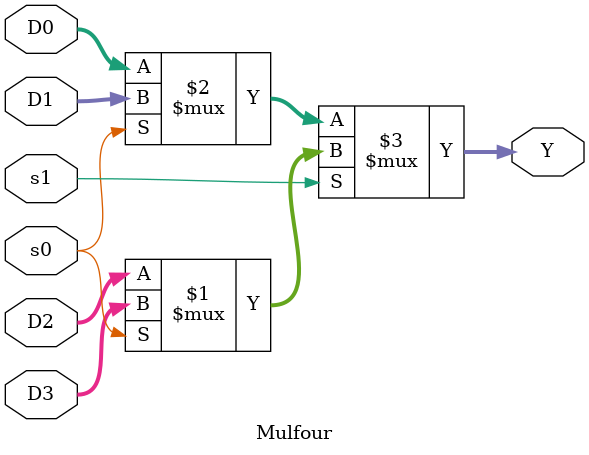
<source format=v>
`timescale 1ns / 1ps


module Mulfour#(parameter n=32)(input [n-1:0]D1,input [n-1:0]D0,input [n-1:0]D2,input [n-1:0]D3,input s0,s1, output [n-1:0]Y);
    assign Y = s1 ? (s0 ? D3 : D2) : (s0 ? D1 : D0); 
endmodule
</source>
